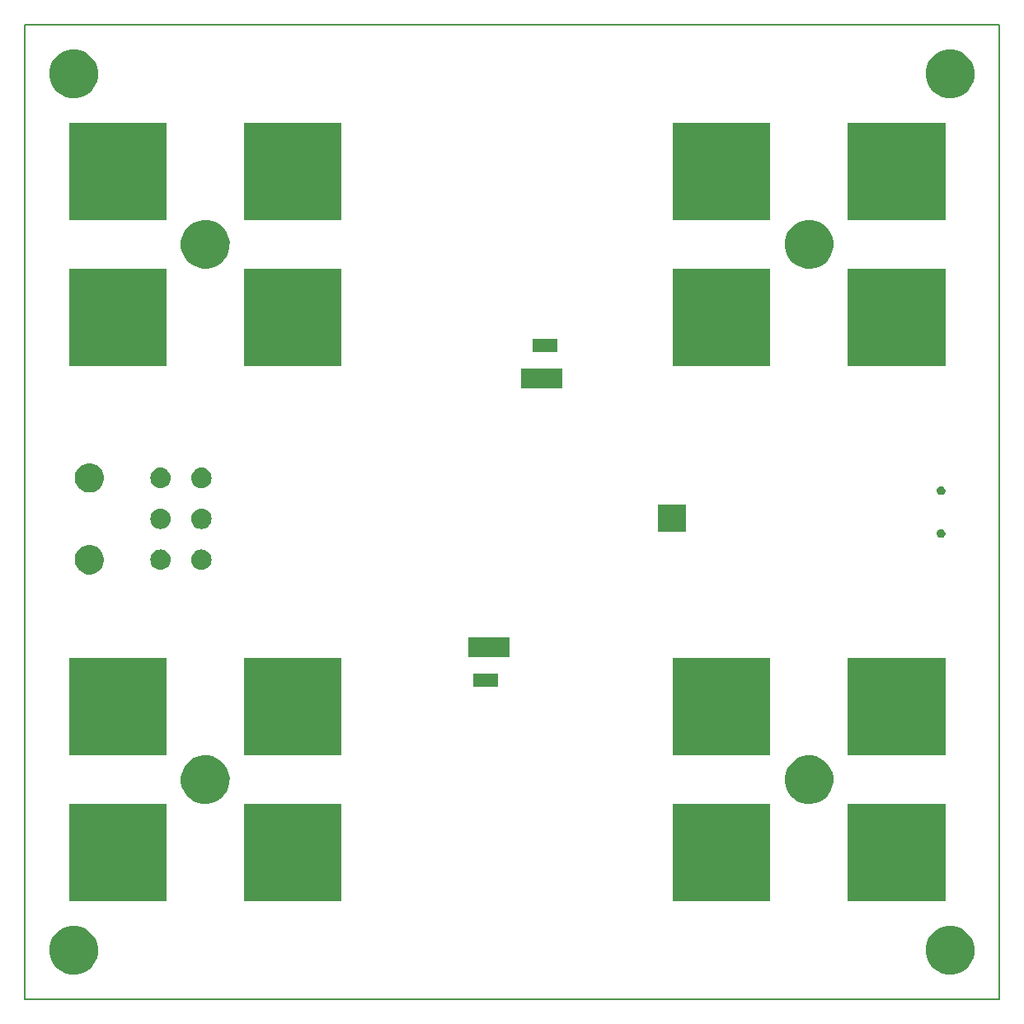
<source format=gbs>
G04 (created by PCBNEW (2013-05-16 BZR 4016)-stable) date 18. 1. 2014 1:36:01*
%MOIN*%
G04 Gerber Fmt 3.4, Leading zero omitted, Abs format*
%FSLAX34Y34*%
G01*
G70*
G90*
G04 APERTURE LIST*
%ADD10C,0.00590551*%
G04 APERTURE END LIST*
G54D10*
X38779Y-61023D02*
X78149Y-61023D01*
X78149Y-61023D02*
X78149Y-21653D01*
X78149Y-21653D02*
X38779Y-21653D01*
X38779Y-21653D02*
X38779Y-61023D01*
G36*
X41732Y-23526D02*
X41729Y-23744D01*
X41686Y-23935D01*
X41608Y-24109D01*
X41495Y-24269D01*
X41358Y-24400D01*
X41192Y-24505D01*
X41015Y-24574D01*
X40822Y-24608D01*
X40632Y-24604D01*
X40440Y-24562D01*
X40266Y-24486D01*
X40105Y-24374D01*
X39973Y-24237D01*
X39867Y-24072D01*
X39797Y-23896D01*
X39762Y-23703D01*
X39764Y-23513D01*
X39805Y-23321D01*
X39880Y-23146D01*
X39991Y-22984D01*
X40126Y-22852D01*
X40291Y-22744D01*
X40467Y-22673D01*
X40660Y-22636D01*
X40849Y-22638D01*
X41042Y-22677D01*
X41216Y-22751D01*
X41380Y-22861D01*
X41513Y-22995D01*
X41622Y-23159D01*
X41694Y-23334D01*
X41732Y-23525D01*
X41732Y-23526D01*
X41732Y-23526D01*
G37*
G36*
X41732Y-58960D02*
X41729Y-59177D01*
X41686Y-59368D01*
X41608Y-59542D01*
X41495Y-59702D01*
X41358Y-59833D01*
X41192Y-59938D01*
X41015Y-60007D01*
X40822Y-60041D01*
X40632Y-60037D01*
X40440Y-59995D01*
X40266Y-59919D01*
X40105Y-59807D01*
X39973Y-59670D01*
X39867Y-59505D01*
X39797Y-59329D01*
X39762Y-59136D01*
X39764Y-58946D01*
X39805Y-58754D01*
X39880Y-58580D01*
X39991Y-58417D01*
X40126Y-58285D01*
X40291Y-58177D01*
X40467Y-58106D01*
X40660Y-58069D01*
X40849Y-58071D01*
X41042Y-58110D01*
X41216Y-58184D01*
X41380Y-58294D01*
X41513Y-58428D01*
X41622Y-58592D01*
X41694Y-58767D01*
X41732Y-58958D01*
X41732Y-58960D01*
X41732Y-58960D01*
G37*
G36*
X41969Y-39904D02*
X41967Y-40034D01*
X41941Y-40149D01*
X41895Y-40253D01*
X41827Y-40350D01*
X41745Y-40428D01*
X41645Y-40491D01*
X41539Y-40532D01*
X41422Y-40553D01*
X41309Y-40550D01*
X41193Y-40525D01*
X41090Y-40480D01*
X40992Y-40412D01*
X40914Y-40331D01*
X40850Y-40231D01*
X40808Y-40126D01*
X40787Y-40009D01*
X40788Y-39896D01*
X40813Y-39780D01*
X40857Y-39676D01*
X40925Y-39578D01*
X41005Y-39499D01*
X41105Y-39434D01*
X41209Y-39392D01*
X41326Y-39369D01*
X41438Y-39370D01*
X41556Y-39394D01*
X41659Y-39438D01*
X41758Y-39504D01*
X41837Y-39584D01*
X41903Y-39684D01*
X41946Y-39787D01*
X41969Y-39904D01*
X41969Y-39904D01*
G37*
G36*
X41969Y-43210D02*
X41967Y-43340D01*
X41941Y-43455D01*
X41895Y-43559D01*
X41827Y-43656D01*
X41745Y-43734D01*
X41645Y-43797D01*
X41539Y-43838D01*
X41422Y-43859D01*
X41309Y-43856D01*
X41193Y-43831D01*
X41090Y-43786D01*
X40992Y-43718D01*
X40914Y-43637D01*
X40850Y-43537D01*
X40808Y-43432D01*
X40787Y-43315D01*
X40788Y-43202D01*
X40813Y-43086D01*
X40857Y-42982D01*
X40925Y-42884D01*
X41005Y-42805D01*
X41105Y-42740D01*
X41209Y-42698D01*
X41326Y-42675D01*
X41438Y-42676D01*
X41556Y-42700D01*
X41659Y-42744D01*
X41758Y-42810D01*
X41837Y-42890D01*
X41903Y-42990D01*
X41946Y-43093D01*
X41969Y-43210D01*
X41969Y-43210D01*
G37*
G36*
X44488Y-29527D02*
X40550Y-29527D01*
X40550Y-25590D01*
X44488Y-25590D01*
X44488Y-29527D01*
X44488Y-29527D01*
G37*
G36*
X44488Y-35433D02*
X40550Y-35433D01*
X40550Y-31495D01*
X44488Y-31495D01*
X44488Y-35433D01*
X44488Y-35433D01*
G37*
G36*
X44488Y-51181D02*
X40550Y-51181D01*
X40550Y-47243D01*
X44488Y-47243D01*
X44488Y-51181D01*
X44488Y-51181D01*
G37*
G36*
X44488Y-57086D02*
X40550Y-57086D01*
X40550Y-53149D01*
X44488Y-53149D01*
X44488Y-57086D01*
X44488Y-57086D01*
G37*
G36*
X44666Y-39962D02*
X44666Y-39965D01*
X44665Y-39968D01*
X44665Y-39968D01*
X44656Y-40049D01*
X44656Y-40049D01*
X44656Y-40049D01*
X44632Y-40125D01*
X44593Y-40196D01*
X44541Y-40258D01*
X44478Y-40308D01*
X44407Y-40346D01*
X44329Y-40368D01*
X44249Y-40376D01*
X44169Y-40367D01*
X44092Y-40344D01*
X44021Y-40305D01*
X43959Y-40254D01*
X43908Y-40191D01*
X43870Y-40120D01*
X43847Y-40043D01*
X43839Y-39959D01*
X43839Y-39956D01*
X43839Y-39953D01*
X43839Y-39953D01*
X43848Y-39873D01*
X43848Y-39873D01*
X43848Y-39872D01*
X43873Y-39796D01*
X43912Y-39725D01*
X43963Y-39664D01*
X44026Y-39613D01*
X44097Y-39576D01*
X44175Y-39553D01*
X44255Y-39546D01*
X44335Y-39554D01*
X44412Y-39578D01*
X44483Y-39616D01*
X44545Y-39668D01*
X44596Y-39730D01*
X44634Y-39801D01*
X44657Y-39878D01*
X44666Y-39962D01*
X44666Y-39962D01*
G37*
G36*
X44666Y-41615D02*
X44666Y-41618D01*
X44665Y-41621D01*
X44665Y-41621D01*
X44656Y-41702D01*
X44656Y-41702D01*
X44656Y-41702D01*
X44632Y-41778D01*
X44593Y-41849D01*
X44541Y-41911D01*
X44478Y-41961D01*
X44407Y-41999D01*
X44329Y-42021D01*
X44249Y-42029D01*
X44169Y-42020D01*
X44092Y-41997D01*
X44021Y-41958D01*
X43959Y-41907D01*
X43908Y-41844D01*
X43870Y-41773D01*
X43847Y-41696D01*
X43839Y-41612D01*
X43839Y-41609D01*
X43839Y-41606D01*
X43839Y-41606D01*
X43848Y-41526D01*
X43848Y-41526D01*
X43848Y-41525D01*
X43873Y-41449D01*
X43912Y-41378D01*
X43963Y-41317D01*
X44026Y-41266D01*
X44097Y-41229D01*
X44175Y-41206D01*
X44255Y-41199D01*
X44335Y-41207D01*
X44412Y-41231D01*
X44483Y-41269D01*
X44545Y-41321D01*
X44596Y-41383D01*
X44634Y-41454D01*
X44657Y-41531D01*
X44666Y-41615D01*
X44666Y-41615D01*
G37*
G36*
X44666Y-43268D02*
X44666Y-43271D01*
X44665Y-43274D01*
X44665Y-43274D01*
X44656Y-43355D01*
X44656Y-43355D01*
X44656Y-43355D01*
X44632Y-43431D01*
X44593Y-43502D01*
X44541Y-43564D01*
X44478Y-43614D01*
X44407Y-43652D01*
X44329Y-43674D01*
X44249Y-43682D01*
X44169Y-43673D01*
X44092Y-43650D01*
X44021Y-43611D01*
X43959Y-43560D01*
X43908Y-43497D01*
X43870Y-43426D01*
X43847Y-43349D01*
X43839Y-43265D01*
X43839Y-43262D01*
X43839Y-43259D01*
X43839Y-43259D01*
X43848Y-43179D01*
X43848Y-43179D01*
X43848Y-43178D01*
X43873Y-43102D01*
X43912Y-43031D01*
X43963Y-42970D01*
X44026Y-42919D01*
X44097Y-42882D01*
X44175Y-42859D01*
X44255Y-42852D01*
X44335Y-42860D01*
X44412Y-42884D01*
X44483Y-42922D01*
X44545Y-42974D01*
X44596Y-43036D01*
X44634Y-43107D01*
X44657Y-43184D01*
X44666Y-43268D01*
X44666Y-43268D01*
G37*
G36*
X46318Y-39962D02*
X46318Y-39965D01*
X46317Y-39968D01*
X46317Y-39968D01*
X46308Y-40049D01*
X46308Y-40049D01*
X46308Y-40049D01*
X46284Y-40125D01*
X46245Y-40196D01*
X46193Y-40258D01*
X46130Y-40308D01*
X46059Y-40346D01*
X45981Y-40368D01*
X45901Y-40376D01*
X45821Y-40367D01*
X45744Y-40344D01*
X45673Y-40305D01*
X45611Y-40254D01*
X45560Y-40191D01*
X45522Y-40120D01*
X45499Y-40043D01*
X45491Y-39959D01*
X45491Y-39956D01*
X45491Y-39953D01*
X45491Y-39953D01*
X45500Y-39873D01*
X45500Y-39873D01*
X45500Y-39872D01*
X45525Y-39796D01*
X45564Y-39725D01*
X45615Y-39664D01*
X45678Y-39613D01*
X45749Y-39576D01*
X45827Y-39553D01*
X45907Y-39546D01*
X45987Y-39554D01*
X46064Y-39578D01*
X46135Y-39616D01*
X46197Y-39668D01*
X46248Y-39730D01*
X46286Y-39801D01*
X46309Y-39878D01*
X46318Y-39962D01*
X46318Y-39962D01*
G37*
G36*
X46318Y-41615D02*
X46318Y-41618D01*
X46317Y-41621D01*
X46317Y-41621D01*
X46308Y-41702D01*
X46308Y-41702D01*
X46308Y-41702D01*
X46284Y-41778D01*
X46245Y-41849D01*
X46193Y-41911D01*
X46130Y-41961D01*
X46059Y-41999D01*
X45981Y-42021D01*
X45901Y-42029D01*
X45821Y-42020D01*
X45744Y-41997D01*
X45673Y-41958D01*
X45611Y-41907D01*
X45560Y-41844D01*
X45522Y-41773D01*
X45499Y-41696D01*
X45491Y-41612D01*
X45491Y-41609D01*
X45491Y-41606D01*
X45491Y-41606D01*
X45500Y-41526D01*
X45500Y-41526D01*
X45500Y-41525D01*
X45525Y-41449D01*
X45564Y-41378D01*
X45615Y-41317D01*
X45678Y-41266D01*
X45749Y-41229D01*
X45827Y-41206D01*
X45907Y-41199D01*
X45987Y-41207D01*
X46064Y-41231D01*
X46135Y-41269D01*
X46197Y-41321D01*
X46248Y-41383D01*
X46286Y-41454D01*
X46309Y-41531D01*
X46318Y-41615D01*
X46318Y-41615D01*
G37*
G36*
X46318Y-43268D02*
X46318Y-43271D01*
X46317Y-43274D01*
X46317Y-43274D01*
X46308Y-43355D01*
X46308Y-43355D01*
X46308Y-43355D01*
X46284Y-43431D01*
X46245Y-43502D01*
X46193Y-43564D01*
X46130Y-43614D01*
X46059Y-43652D01*
X45981Y-43674D01*
X45901Y-43682D01*
X45821Y-43673D01*
X45744Y-43650D01*
X45673Y-43611D01*
X45611Y-43560D01*
X45560Y-43497D01*
X45522Y-43426D01*
X45499Y-43349D01*
X45491Y-43265D01*
X45491Y-43262D01*
X45491Y-43259D01*
X45491Y-43259D01*
X45500Y-43179D01*
X45500Y-43179D01*
X45500Y-43178D01*
X45525Y-43102D01*
X45564Y-43031D01*
X45615Y-42970D01*
X45678Y-42919D01*
X45749Y-42882D01*
X45827Y-42859D01*
X45907Y-42852D01*
X45987Y-42860D01*
X46064Y-42884D01*
X46135Y-42922D01*
X46197Y-42974D01*
X46248Y-43036D01*
X46286Y-43107D01*
X46309Y-43184D01*
X46318Y-43268D01*
X46318Y-43268D01*
G37*
G36*
X47047Y-30416D02*
X47044Y-30634D01*
X47001Y-30825D01*
X46923Y-30999D01*
X46810Y-31159D01*
X46673Y-31290D01*
X46507Y-31395D01*
X46330Y-31464D01*
X46137Y-31498D01*
X45947Y-31494D01*
X45755Y-31452D01*
X45581Y-31376D01*
X45420Y-31264D01*
X45288Y-31127D01*
X45182Y-30962D01*
X45112Y-30786D01*
X45077Y-30592D01*
X45079Y-30403D01*
X45120Y-30211D01*
X45195Y-30036D01*
X45306Y-29874D01*
X45441Y-29741D01*
X45606Y-29634D01*
X45782Y-29563D01*
X45975Y-29526D01*
X46164Y-29527D01*
X46357Y-29567D01*
X46531Y-29640D01*
X46694Y-29750D01*
X46828Y-29885D01*
X46937Y-30049D01*
X47009Y-30224D01*
X47047Y-30415D01*
X47047Y-30416D01*
X47047Y-30416D01*
G37*
G36*
X47047Y-52070D02*
X47044Y-52287D01*
X47001Y-52478D01*
X46923Y-52652D01*
X46810Y-52812D01*
X46673Y-52943D01*
X46507Y-53048D01*
X46330Y-53117D01*
X46137Y-53151D01*
X45947Y-53147D01*
X45755Y-53105D01*
X45581Y-53029D01*
X45420Y-52917D01*
X45288Y-52781D01*
X45182Y-52616D01*
X45112Y-52439D01*
X45077Y-52246D01*
X45079Y-52056D01*
X45120Y-51864D01*
X45195Y-51690D01*
X45306Y-51528D01*
X45441Y-51395D01*
X45606Y-51287D01*
X45782Y-51216D01*
X45975Y-51180D01*
X46164Y-51181D01*
X46357Y-51220D01*
X46531Y-51294D01*
X46694Y-51404D01*
X46828Y-51538D01*
X46937Y-51702D01*
X47009Y-51877D01*
X47047Y-52068D01*
X47047Y-52070D01*
X47047Y-52070D01*
G37*
G36*
X51575Y-29527D02*
X47637Y-29527D01*
X47637Y-25590D01*
X51575Y-25590D01*
X51575Y-29527D01*
X51575Y-29527D01*
G37*
G36*
X51575Y-35433D02*
X47637Y-35433D01*
X47637Y-31495D01*
X51575Y-31495D01*
X51575Y-35433D01*
X51575Y-35433D01*
G37*
G36*
X51575Y-51181D02*
X47637Y-51181D01*
X47637Y-47243D01*
X51575Y-47243D01*
X51575Y-51181D01*
X51575Y-51181D01*
G37*
G36*
X51575Y-57086D02*
X47637Y-57086D01*
X47637Y-53149D01*
X51575Y-53149D01*
X51575Y-57086D01*
X51575Y-57086D01*
G37*
G36*
X57902Y-48403D02*
X56885Y-48401D01*
X56885Y-47857D01*
X57902Y-47857D01*
X57902Y-48403D01*
X57902Y-48403D01*
G37*
G36*
X58351Y-46411D02*
X58351Y-47195D01*
X56701Y-47196D01*
X56701Y-46411D01*
X58351Y-46411D01*
X58351Y-46411D01*
G37*
G36*
X60308Y-34864D02*
X59291Y-34862D01*
X59291Y-34343D01*
X60308Y-34343D01*
X60308Y-34864D01*
X60308Y-34864D01*
G37*
G36*
X60490Y-35542D02*
X60490Y-36326D01*
X58840Y-36327D01*
X58840Y-35542D01*
X60490Y-35542D01*
X60490Y-35542D01*
G37*
G36*
X65492Y-42146D02*
X64570Y-42146D01*
X64563Y-42146D01*
X64350Y-42146D01*
X64350Y-41023D01*
X65492Y-41023D01*
X65492Y-42146D01*
X65492Y-42146D01*
G37*
G36*
X68898Y-29527D02*
X64960Y-29527D01*
X64960Y-25590D01*
X68898Y-25590D01*
X68898Y-29527D01*
X68898Y-29527D01*
G37*
G36*
X68898Y-35433D02*
X64960Y-35433D01*
X64960Y-31495D01*
X68898Y-31495D01*
X68898Y-35433D01*
X68898Y-35433D01*
G37*
G36*
X68898Y-51181D02*
X64960Y-51181D01*
X64960Y-47243D01*
X68898Y-47243D01*
X68898Y-51181D01*
X68898Y-51181D01*
G37*
G36*
X68898Y-57086D02*
X64960Y-57086D01*
X64960Y-53149D01*
X68898Y-53149D01*
X68898Y-57086D01*
X68898Y-57086D01*
G37*
G36*
X71457Y-30416D02*
X71453Y-30634D01*
X71410Y-30825D01*
X71333Y-30999D01*
X71220Y-31159D01*
X71082Y-31290D01*
X70917Y-31395D01*
X70739Y-31464D01*
X70546Y-31498D01*
X70356Y-31494D01*
X70165Y-31452D01*
X69991Y-31376D01*
X69830Y-31264D01*
X69698Y-31127D01*
X69591Y-30962D01*
X69522Y-30786D01*
X69486Y-30592D01*
X69489Y-30403D01*
X69530Y-30211D01*
X69604Y-30036D01*
X69715Y-29874D01*
X69851Y-29741D01*
X70015Y-29634D01*
X70191Y-29563D01*
X70384Y-29526D01*
X70574Y-29527D01*
X70766Y-29567D01*
X70941Y-29640D01*
X71104Y-29750D01*
X71237Y-29885D01*
X71346Y-30049D01*
X71418Y-30224D01*
X71456Y-30415D01*
X71457Y-30416D01*
X71457Y-30416D01*
G37*
G36*
X71457Y-52070D02*
X71453Y-52287D01*
X71410Y-52478D01*
X71333Y-52652D01*
X71220Y-52812D01*
X71082Y-52943D01*
X70917Y-53048D01*
X70739Y-53117D01*
X70546Y-53151D01*
X70356Y-53147D01*
X70165Y-53105D01*
X69991Y-53029D01*
X69830Y-52917D01*
X69698Y-52781D01*
X69591Y-52616D01*
X69522Y-52439D01*
X69486Y-52246D01*
X69489Y-52056D01*
X69530Y-51864D01*
X69604Y-51690D01*
X69715Y-51528D01*
X69851Y-51395D01*
X70015Y-51287D01*
X70191Y-51216D01*
X70384Y-51180D01*
X70574Y-51181D01*
X70766Y-51220D01*
X70941Y-51294D01*
X71104Y-51404D01*
X71237Y-51538D01*
X71346Y-51702D01*
X71418Y-51877D01*
X71456Y-52068D01*
X71457Y-52070D01*
X71457Y-52070D01*
G37*
G36*
X75984Y-29527D02*
X72046Y-29527D01*
X72046Y-25590D01*
X75984Y-25590D01*
X75984Y-29527D01*
X75984Y-29527D01*
G37*
G36*
X75984Y-35433D02*
X72046Y-35433D01*
X72046Y-31495D01*
X75984Y-31495D01*
X75984Y-35433D01*
X75984Y-35433D01*
G37*
G36*
X75984Y-51181D02*
X72046Y-51181D01*
X72046Y-47243D01*
X75984Y-47243D01*
X75984Y-51181D01*
X75984Y-51181D01*
G37*
G36*
X75984Y-57086D02*
X72046Y-57086D01*
X72046Y-53149D01*
X75984Y-53149D01*
X75984Y-57086D01*
X75984Y-57086D01*
G37*
G36*
X75985Y-40456D02*
X75984Y-40493D01*
X75976Y-40530D01*
X75963Y-40559D01*
X75941Y-40589D01*
X75918Y-40611D01*
X75886Y-40632D01*
X75857Y-40643D01*
X75819Y-40650D01*
X75788Y-40649D01*
X75751Y-40641D01*
X75722Y-40628D01*
X75691Y-40607D01*
X75669Y-40584D01*
X75648Y-40552D01*
X75637Y-40523D01*
X75630Y-40485D01*
X75630Y-40454D01*
X75638Y-40417D01*
X75650Y-40388D01*
X75672Y-40356D01*
X75694Y-40334D01*
X75726Y-40313D01*
X75755Y-40302D01*
X75793Y-40295D01*
X75824Y-40295D01*
X75862Y-40303D01*
X75890Y-40315D01*
X75922Y-40336D01*
X75944Y-40358D01*
X75965Y-40390D01*
X75977Y-40419D01*
X75984Y-40455D01*
X75985Y-40456D01*
X75985Y-40456D01*
G37*
G36*
X75985Y-42188D02*
X75984Y-42225D01*
X75976Y-42262D01*
X75963Y-42291D01*
X75941Y-42321D01*
X75918Y-42343D01*
X75886Y-42364D01*
X75857Y-42375D01*
X75819Y-42382D01*
X75788Y-42381D01*
X75751Y-42373D01*
X75722Y-42360D01*
X75691Y-42339D01*
X75669Y-42316D01*
X75648Y-42284D01*
X75637Y-42255D01*
X75630Y-42217D01*
X75630Y-42186D01*
X75638Y-42149D01*
X75650Y-42120D01*
X75672Y-42088D01*
X75694Y-42066D01*
X75726Y-42045D01*
X75755Y-42034D01*
X75793Y-42027D01*
X75824Y-42027D01*
X75862Y-42035D01*
X75890Y-42047D01*
X75922Y-42068D01*
X75944Y-42090D01*
X75965Y-42122D01*
X75977Y-42151D01*
X75984Y-42187D01*
X75985Y-42188D01*
X75985Y-42188D01*
G37*
G36*
X77165Y-23526D02*
X77162Y-23744D01*
X77119Y-23935D01*
X77041Y-24109D01*
X76928Y-24269D01*
X76791Y-24400D01*
X76625Y-24505D01*
X76448Y-24574D01*
X76255Y-24608D01*
X76065Y-24604D01*
X75873Y-24562D01*
X75699Y-24486D01*
X75538Y-24374D01*
X75406Y-24237D01*
X75300Y-24072D01*
X75230Y-23896D01*
X75195Y-23703D01*
X75197Y-23513D01*
X75238Y-23321D01*
X75313Y-23146D01*
X75424Y-22984D01*
X75559Y-22852D01*
X75724Y-22744D01*
X75900Y-22673D01*
X76093Y-22636D01*
X76282Y-22638D01*
X76475Y-22677D01*
X76649Y-22751D01*
X76813Y-22861D01*
X76946Y-22995D01*
X77055Y-23159D01*
X77127Y-23334D01*
X77165Y-23525D01*
X77165Y-23526D01*
X77165Y-23526D01*
G37*
G36*
X77165Y-58960D02*
X77162Y-59177D01*
X77119Y-59368D01*
X77041Y-59542D01*
X76928Y-59702D01*
X76791Y-59833D01*
X76625Y-59938D01*
X76448Y-60007D01*
X76255Y-60041D01*
X76065Y-60037D01*
X75873Y-59995D01*
X75699Y-59919D01*
X75538Y-59807D01*
X75406Y-59670D01*
X75300Y-59505D01*
X75230Y-59329D01*
X75195Y-59136D01*
X75197Y-58946D01*
X75238Y-58754D01*
X75313Y-58580D01*
X75424Y-58417D01*
X75559Y-58285D01*
X75724Y-58177D01*
X75900Y-58106D01*
X76093Y-58069D01*
X76282Y-58071D01*
X76475Y-58110D01*
X76649Y-58184D01*
X76813Y-58294D01*
X76946Y-58428D01*
X77055Y-58592D01*
X77127Y-58767D01*
X77165Y-58958D01*
X77165Y-58960D01*
X77165Y-58960D01*
G37*
M02*

</source>
